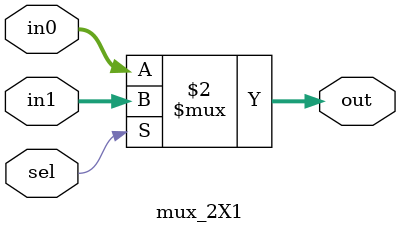
<source format=v>
`timescale 1ns / 1ps

module mux_2X1(
    input [31:0] in0,
    input [31:0] in1,
    input sel,
    output [31:0] out
    );
    
    assign out = (sel == 0) ? in0 : in1;
    
endmodule

</source>
